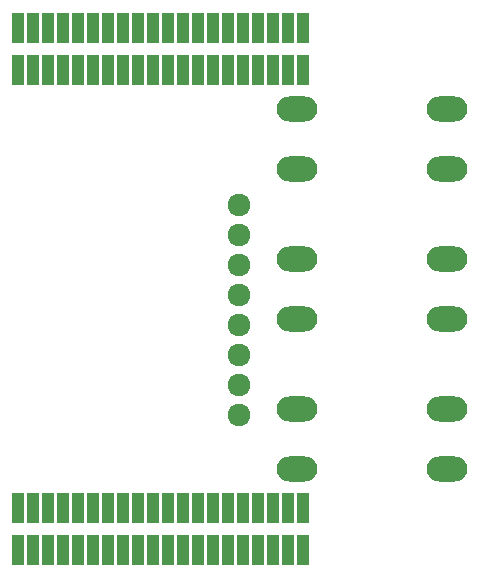
<source format=gbs>
G04 #@! TF.FileFunction,Soldermask,Bot*
%FSLAX46Y46*%
G04 Gerber Fmt 4.6, Leading zero omitted, Abs format (unit mm)*
G04 Created by KiCad (PCBNEW 4.0.2-4+6225~38~ubuntu14.04.1-stable) date Tue 08 Mar 2016 14:25:17 CET*
%MOMM*%
G01*
G04 APERTURE LIST*
%ADD10C,0.150000*%
%ADD11C,1.924000*%
%ADD12O,3.448000X2.127200*%
%ADD13R,1.050000X2.500000*%
G04 APERTURE END LIST*
D10*
D11*
X221716600Y-165570400D03*
X221716600Y-163030400D03*
X221716600Y-160490400D03*
X221716600Y-157950400D03*
X221716600Y-155410400D03*
X221716600Y-152870400D03*
X221716600Y-150330400D03*
X221716600Y-147790400D03*
D12*
X239268000Y-139700000D03*
X239268000Y-144780000D03*
X226568000Y-139700000D03*
X226568000Y-144780000D03*
X239268000Y-152400000D03*
X239268000Y-157480000D03*
X226568000Y-152400000D03*
X226568000Y-157480000D03*
X239268000Y-165100000D03*
X239268000Y-170180000D03*
X226568000Y-165100000D03*
X226568000Y-170180000D03*
D13*
X227076000Y-136398000D03*
X227076000Y-132842000D03*
X225806000Y-136398000D03*
X225806000Y-132842000D03*
X224536000Y-136398000D03*
X224536000Y-132842000D03*
X223266000Y-136398000D03*
X223266000Y-132842000D03*
X221996000Y-136398000D03*
X221996000Y-132842000D03*
X220726000Y-136398000D03*
X220726000Y-132842000D03*
X219456000Y-136398000D03*
X219456000Y-132842000D03*
X218186000Y-136398000D03*
X218186000Y-132842000D03*
X216916000Y-136398000D03*
X216916000Y-132842000D03*
X215646000Y-136398000D03*
X215646000Y-132842000D03*
X214376000Y-136398000D03*
X214376000Y-132842000D03*
X213106000Y-136398000D03*
X213106000Y-132842000D03*
X211836000Y-136398000D03*
X211836000Y-132842000D03*
X210566000Y-136398000D03*
X210566000Y-132842000D03*
X209296000Y-136398000D03*
X209296000Y-132842000D03*
X208026000Y-136398000D03*
X208026000Y-132842000D03*
X206756000Y-136398000D03*
X206756000Y-132842000D03*
X205486000Y-136398000D03*
X205486000Y-132842000D03*
X204216000Y-136398000D03*
X204216000Y-132842000D03*
X202946000Y-136398000D03*
X202946000Y-132842000D03*
X227076000Y-177038000D03*
X227076000Y-173482000D03*
X225806000Y-177038000D03*
X225806000Y-173482000D03*
X224536000Y-177038000D03*
X224536000Y-173482000D03*
X223266000Y-177038000D03*
X223266000Y-173482000D03*
X221996000Y-177038000D03*
X221996000Y-173482000D03*
X220726000Y-177038000D03*
X220726000Y-173482000D03*
X219456000Y-177038000D03*
X219456000Y-173482000D03*
X218186000Y-177038000D03*
X218186000Y-173482000D03*
X216916000Y-177038000D03*
X216916000Y-173482000D03*
X215646000Y-177038000D03*
X215646000Y-173482000D03*
X214376000Y-177038000D03*
X214376000Y-173482000D03*
X213106000Y-177038000D03*
X213106000Y-173482000D03*
X211836000Y-177038000D03*
X211836000Y-173482000D03*
X210566000Y-177038000D03*
X210566000Y-173482000D03*
X209296000Y-177038000D03*
X209296000Y-173482000D03*
X208026000Y-177038000D03*
X208026000Y-173482000D03*
X206756000Y-177038000D03*
X206756000Y-173482000D03*
X205486000Y-177038000D03*
X205486000Y-173482000D03*
X204216000Y-177038000D03*
X204216000Y-173482000D03*
X202946000Y-177038000D03*
X202946000Y-173482000D03*
M02*

</source>
